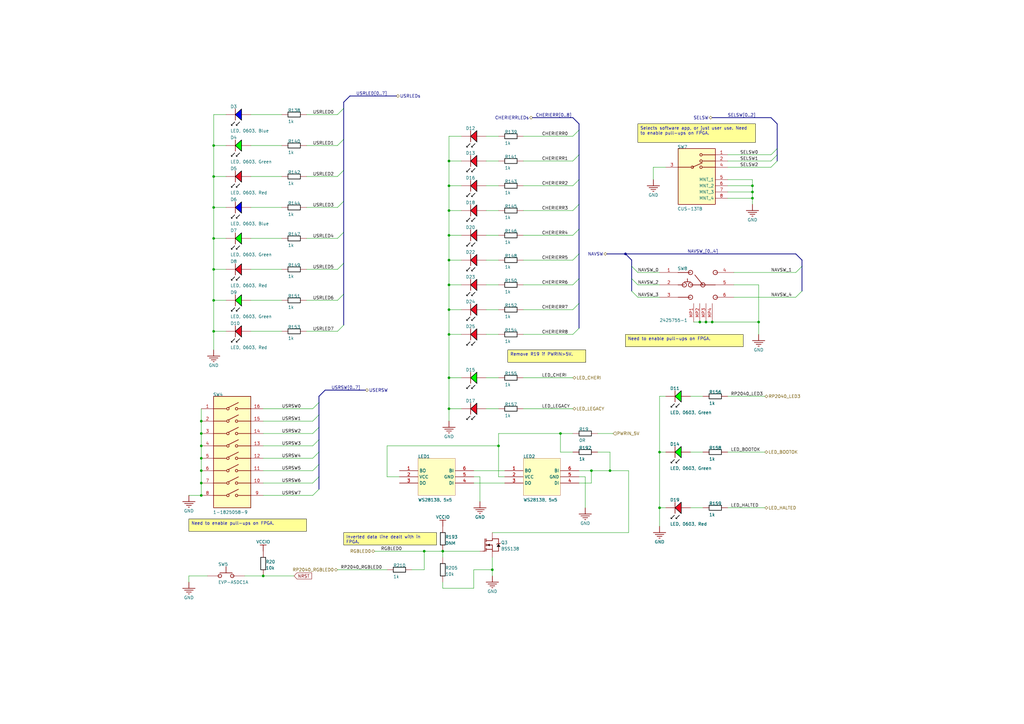
<source format=kicad_sch>
(kicad_sch (version 20231120) (generator "eeschema") (generator_version "8.0")
  (paper "A3")
  (title_block (title "NAE-SONATA-ONE") (date "2024-08-16") (rev "10") (company "NewAE Technology") (comment 2 "Apache-2"))
  (lib_symbols
    (symbol "SONATA-ONE-symbols:GND_POWER_GROUND" (power)
      (property "Reference" "#PWR" (at 0 0 0))
      (property "Value" "GND" (at 0 6.35 0))
      (symbol "GND_POWER_GROUND_0_0"
        (pin power_in line (at 0 0 0) (length 0) hide (name "GND") (number ""))
      )
    )
    (symbol "SONATA-ONE-symbols:VCCIO_BAR" (power)
      (property "Reference" "#PWR" (at 0 0 0))
      (property "Value" "VCCIO" (at 0 3.81 0))
      (symbol "VCCIO_BAR_0_0"
        (pin power_in line (at 0 0 0) (length 0) hide (name "VCCIO") (number ""))
      )
    )
    (symbol "SONATA-ONE-symbols:root_0_47bcb96ef67674530f45e4053201745"
      (symbol "root_0_47bcb96ef67674530f45e4053201745_1_0"
        (pin passive line (at 25.4 5.08 180) (length 5.08) (name "1") (number "1"))
        (pin passive line (at 25.4 2.54 180) (length 5.08) (name "2") (number "2"))
        (pin passive line (at 0 0 0) (length 5.08) (name "C") (number "3"))
        (pin passive line (at 25.4 0 180) (length 5.08) (name "4") (number "4"))
        (pin passive line (at 25.4 -5.08 180) (length 5.08) (name "MNT_1") (number "5"))
        (pin passive line (at 25.4 -7.62 180) (length 5.08) (name "MNT_2") (number "6"))
        (pin passive line (at 25.4 -10.16 180) (length 5.08) (name "MNT_3") (number "7"))
        (pin passive line (at 25.4 -12.7 180) (length 5.08) (name "MNT_4") (number "8"))
      )
    )
    (symbol "SONATA-ONE-symbols:root_0_88b473189f0daa5e8e83a09a3141fee"
      (symbol "root_0_88b473189f0daa5e8e83a09a3141fee_1_0"
        (pin passive line (at 0 0 0) (length 5.08) (name "1") (number "1"))
        (pin passive line (at 25.4 -30.48 180) (length 5.08) (name "10") (number "10"))
        (pin passive line (at 25.4 -25.4 180) (length 5.08) (name "11") (number "11"))
        (pin passive line (at 25.4 -20.32 180) (length 5.08) (name "12") (number "12"))
        (pin passive line (at 25.4 -15.24 180) (length 5.08) (name "13") (number "13"))
        (pin passive line (at 25.4 -10.16 180) (length 5.08) (name "14") (number "14"))
        (pin passive line (at 25.4 -5.08 180) (length 5.08) (name "15") (number "15"))
        (pin passive line (at 25.4 0 180) (length 5.08) (name "16") (number "16"))
        (pin passive line (at 0 -5.08 0) (length 5.08) (name "2") (number "2"))
        (pin passive line (at 0 -10.16 0) (length 5.08) (name "3") (number "3"))
        (pin passive line (at 0 -15.24 0) (length 5.08) (name "4") (number "4"))
        (pin passive line (at 0 -20.32 0) (length 5.08) (name "5") (number "5"))
        (pin passive line (at 0 -25.4 0) (length 5.08) (name "6") (number "6"))
        (pin passive line (at 0 -30.48 0) (length 5.08) (name "7") (number "7"))
        (pin passive line (at 0 -35.56 0) (length 5.08) (name "8") (number "8"))
        (pin passive line (at 25.4 -35.56 180) (length 5.08) (name "9") (number "9"))
      )
    )
    (symbol "SONATA-ONE-symbols:root_0_MOSFET_N_GSD"
      (symbol "root_0_MOSFET_N_GSD_1_0"
        (pin passive line (at -2.54 -2.54 0) (length 1.27) (name "G") (number "1"))
        (pin passive line (at 2.54 -5.08 90) (length 2.54) (name "S") (number "2"))
        (pin passive line (at 2.54 5.08 270) (length 2.54) (name "D") (number "3"))
      )
    )
    (symbol "SONATA-ONE-symbols:root_0_RES-EU"
      (symbol "root_0_RES-EU_1_0"
        (pin passive line (at 0 5.08 270) (length 2.54) (name "1") (number "1"))
        (pin passive line (at 0 -5.08 90) (length 2.54) (name "2") (number "2"))
      )
    )
    (symbol "SONATA-ONE-symbols:root_0_SW_5WAY_4MP"
      (symbol "root_0_SW_5WAY_4MP_1_0"
        (pin passive line (at 0 0 0) (length 7.62) (name "1") (number "1"))
        (pin passive line (at 0 -5.08 0) (length 7.62) (name "2") (number "2"))
        (pin passive line (at 0 -10.16 0) (length 7.62) (name "3") (number "3"))
        (pin passive line (at 30.48 0 180) (length 7.62) (name "4") (number "4"))
        (pin passive line (at 30.48 -5.08 180) (length 7.62) (name "5") (number "5"))
        (pin passive line (at 30.48 -10.16 180) (length 7.62) (name "6") (number "6"))
        (pin passive line (at 13.97 -20.32 90) (length 7.62) (name "MP1") (number "MP1"))
        (pin passive line (at 16.51 -20.32 90) (length 7.62) (name "MP2") (number "MP2"))
        (pin passive line (at 19.05 -20.32 90) (length 7.62) (name "MP3") (number "MP3"))
        (pin passive line (at 21.59 -20.32 90) (length 7.62) (name "MP4") (number "MP4"))
      )
    )
    (symbol "SONATA-ONE-symbols:root_0_SW_PB_NO_2PIN"
      (symbol "root_0_SW_PB_NO_2PIN_1_0"
        (pin passive line (at -7.62 0 0) (length 5.08) (name "IN") (number "1"))
        (pin passive line (at 7.62 0 180) (length 5.08) (name "IN") (number "2"))
      )
    )
    (symbol "SONATA-ONE-symbols:root_0_WS2813B"
      (symbol "root_0_WS2813B_1_0"
        (pin output line (at -7.62 -5.08 0) (length 7.62) (name "BO") (number "1"))
        (pin passive line (at -7.62 -7.62 0) (length 7.62) (name "VCC") (number "2"))
        (pin output line (at -7.62 -10.16 0) (length 7.62) (name "DO") (number "3"))
        (pin input line (at 22.86 -10.16 180) (length 7.62) (name "DI") (number "4"))
        (pin passive line (at 22.86 -7.62 180) (length 7.62) (name "GND") (number "5"))
        (pin input line (at 22.86 -5.08 180) (length 7.62) (name "BI") (number "6"))
      )
    )
    (symbol "SONATA-ONE-symbols:root_1_RES-EU"
      (symbol "root_1_RES-EU_1_0"
        (pin passive line (at -5.08 0 0) (length 2.54) (name "1") (number "1"))
        (pin passive line (at 5.08 0 180) (length 2.54) (name "2") (number "2"))
      )
    )
    (symbol "SONATA-ONE-symbols:root_2_LED_BLUE"
      (symbol "root_2_LED_BLUE_1_0"
        (pin passive line (at 5.08 0 180) (length 3.81) (name "A") (number "A"))
        (pin passive line (at -5.08 0 0) (length 3.81) (name "K") (number "K"))
      )
    )
    (symbol "SONATA-ONE-symbols:root_2_LED_GREEN"
      (symbol "root_2_LED_GREEN_1_0"
        (pin passive line (at 5.08 0 180) (length 3.81) (name "A") (number "A"))
        (pin passive line (at -5.08 0 0) (length 3.81) (name "K") (number "K"))
      )
    )
    (symbol "SONATA-ONE-symbols:root_2_LED_RED"
      (symbol "root_2_LED_RED_1_0"
        (pin passive line (at 5.08 0 180) (length 3.81) (name "A") (number "A"))
        (pin passive line (at -5.08 0 0) (length 3.81) (name "K") (number "K"))
      )
    )
    (symbol "SONATA-ONE-symbols:root_3_RES-EU"
      (symbol "root_3_RES-EU_1_0"
        (pin passive line (at 5.08 0 180) (length 2.54) (name "1") (number "1"))
        (pin passive line (at -5.08 0 0) (length 2.54) (name "2") (number "2"))
      )
    )
  )
  (junction (at 181.61 226.06))
  (junction (at 204.47 182.88))
  (junction (at 82.55 193.04))
  (junction (at 289.56 132.08))
  (junction (at 184.15 127))
  (junction (at 184.15 167.64))
  (junction (at 87.63 135.89))
  (junction (at 107.95 236.22))
  (junction (at 87.63 72.39))
  (junction (at 184.15 106.68))
  (junction (at 229.87 177.8))
  (junction (at 308.61 76.2))
  (junction (at 184.15 154.94))
  (junction (at 242.57 193.04))
  (junction (at 308.61 81.28))
  (junction (at 82.55 177.8))
  (junction (at 82.55 182.88))
  (junction (at 201.93 233.68))
  (junction (at 292.1 132.08))
  (junction (at 87.63 59.69))
  (junction (at 270.51 208.28))
  (junction (at 82.55 172.72))
  (junction (at 311.15 132.08))
  (junction (at 184.15 116.84))
  (junction (at 173.99 226.06))
  (junction (at 82.55 203.2))
  (junction (at 256.54 104.14))
  (junction (at 184.15 76.2))
  (junction (at 184.15 86.36))
  (junction (at 287.02 132.08))
  (junction (at 184.15 96.52))
  (junction (at 184.15 66.04))
  (junction (at 87.63 97.79))
  (junction (at 87.63 85.09))
  (junction (at 82.55 198.12))
  (junction (at 270.51 185.42))
  (junction (at 184.15 137.16))
  (junction (at 87.63 123.19))
  (junction (at 308.61 78.74))
  (junction (at 87.63 110.49))
  (junction (at 82.55 187.96))
  (junction (at 250.19 193.04))
  (bus_entry (at 234.95 76.2) (size 2.54 -2.54))
  (bus_entry (at 138.43 85.09) (size 2.54 -2.54))
  (bus_entry (at 234.95 106.68) (size 2.54 -2.54))
  (bus_entry (at 326.39 111.76) (size 2.54 -2.54))
  (bus_entry (at 128.27 177.8) (size 2.54 -2.54))
  (bus_entry (at 128.27 182.88) (size 2.54 -2.54))
  (bus_entry (at 326.39 121.92) (size 2.54 -2.54))
  (bus_entry (at 138.43 59.69) (size 2.54 -2.54))
  (bus_entry (at 128.27 203.2) (size 2.54 -2.54))
  (bus_entry (at 138.43 123.19) (size 2.54 -2.54))
  (bus_entry (at 261.62 111.76) (size -2.54 -2.54))
  (bus_entry (at 234.95 137.16) (size 2.54 -2.54))
  (bus_entry (at 138.43 110.49) (size 2.54 -2.54))
  (bus_entry (at 138.43 46.99) (size 2.54 -2.54))
  (bus_entry (at 138.43 97.79) (size 2.54 -2.54))
  (bus_entry (at 128.27 198.12) (size 2.54 -2.54))
  (bus_entry (at 128.27 172.72) (size 2.54 -2.54))
  (bus_entry (at 316.23 68.58) (size 2.54 -2.54))
  (bus_entry (at 234.95 66.04) (size 2.54 -2.54))
  (bus_entry (at 128.27 187.96) (size 2.54 -2.54))
  (bus_entry (at 138.43 72.39) (size 2.54 -2.54))
  (bus_entry (at 234.95 127) (size 2.54 -2.54))
  (bus_entry (at 316.23 66.04) (size 2.54 -2.54))
  (bus_entry (at 128.27 193.04) (size 2.54 -2.54))
  (bus_entry (at 234.95 96.52) (size 2.54 -2.54))
  (bus_entry (at 234.95 86.36) (size 2.54 -2.54))
  (bus_entry (at 261.62 116.84) (size -2.54 -2.54))
  (bus_entry (at 234.95 116.84) (size 2.54 -2.54))
  (bus_entry (at 138.43 135.89) (size 2.54 -2.54))
  (bus_entry (at 128.27 167.64) (size 2.54 -2.54))
  (bus_entry (at 316.23 63.5) (size 2.54 -2.54))
  (bus_entry (at 261.62 121.92) (size -2.54 -2.54))
  (bus_entry (at 234.95 55.88) (size 2.54 -2.54))
  (wire (pts (xy 115.57 59.69) (xy 102.87 59.69)))
  (wire (pts (xy 298.45 73.66) (xy 308.61 73.66)))
  (bus (pts (xy 130.81 165.1) (xy 130.81 162.56)))
  (wire (pts (xy 189.23 127) (xy 184.15 127)))
  (wire (pts (xy 298.45 78.74) (xy 308.61 78.74)))
  (wire (pts (xy 181.61 226.06) (xy 181.61 228.6)))
  (wire (pts (xy 87.63 85.09) (xy 87.63 97.79)))
  (wire (pts (xy 234.95 167.64) (xy 214.63 167.64)))
  (wire (pts (xy 273.05 68.58) (xy 267.97 68.58)))
  (wire (pts (xy 85.09 236.22) (xy 77.47 236.22)))
  (wire (pts (xy 308.61 76.2) (xy 308.61 78.74)))
  (wire (pts (xy 153.67 226.06) (xy 173.99 226.06)))
  (bus (pts (xy 140.97 82.55) (xy 140.97 69.85)))
  (wire (pts (xy 184.15 167.64) (xy 184.15 154.94)))
  (bus (pts (xy 130.81 190.5) (xy 130.81 185.42)))
  (wire (pts (xy 204.47 55.88) (xy 199.39 55.88)))
  (wire (pts (xy 229.87 177.8) (xy 234.95 177.8)))
  (wire (pts (xy 184.15 127) (xy 184.15 116.84)))
  (bus (pts (xy 248.92 104.14) (xy 256.54 104.14)))
  (wire (pts (xy 234.95 154.94) (xy 214.63 154.94)))
  (wire (pts (xy 273.05 162.56) (xy 270.51 162.56)))
  (wire (pts (xy 115.57 110.49) (xy 102.87 110.49)))
  (wire (pts (xy 181.61 226.06) (xy 196.85 226.06)))
  (wire (pts (xy 267.97 68.58) (xy 267.97 73.66)))
  (wire (pts (xy 158.75 233.68) (xy 138.43 233.68)))
  (wire (pts (xy 82.55 193.04) (xy 82.55 198.12)))
  (wire (pts (xy 138.43 135.89) (xy 125.73 135.89)))
  (wire (pts (xy 273.05 185.42) (xy 270.51 185.42)))
  (wire (pts (xy 300.99 121.92) (xy 326.39 121.92)))
  (wire (pts (xy 184.15 154.94) (xy 184.15 137.16)))
  (wire (pts (xy 240.03 195.58) (xy 240.03 208.28)))
  (wire (pts (xy 308.61 81.28) (xy 308.61 83.82)))
  (wire (pts (xy 82.55 187.96) (xy 82.55 193.04)))
  (wire (pts (xy 184.15 55.88) (xy 189.23 55.88)))
  (wire (pts (xy 115.57 85.09) (xy 102.87 85.09)))
  (wire (pts (xy 189.23 66.04) (xy 184.15 66.04)))
  (bus (pts (xy 237.49 63.5) (xy 237.49 53.34)))
  (wire (pts (xy 92.71 110.49) (xy 87.63 110.49)))
  (bus (pts (xy 237.49 114.3) (xy 237.49 104.14)))
  (wire (pts (xy 242.57 193.04) (xy 237.49 193.04)))
  (wire (pts (xy 204.47 182.88) (xy 204.47 177.8)))
  (bus (pts (xy 292.1 48.26) (xy 316.23 48.26)))
  (wire (pts (xy 204.47 106.68) (xy 199.39 106.68)))
  (bus (pts (xy 328.93 119.38) (xy 328.93 109.22)))
  (wire (pts (xy 308.61 73.66) (xy 308.61 76.2)))
  (wire (pts (xy 87.63 97.79) (xy 87.63 110.49)))
  (wire (pts (xy 107.95 236.22) (xy 120.65 236.22)))
  (wire (pts (xy 184.15 172.72) (xy 184.15 167.64)))
  (wire (pts (xy 115.57 72.39) (xy 102.87 72.39)))
  (wire (pts (xy 82.55 172.72) (xy 82.55 177.8)))
  (wire (pts (xy 298.45 76.2) (xy 308.61 76.2)))
  (wire (pts (xy 298.45 81.28) (xy 308.61 81.28)))
  (wire (pts (xy 214.63 86.36) (xy 234.95 86.36)))
  (bus (pts (xy 259.08 109.22) (xy 259.08 106.68)))
  (wire (pts (xy 289.56 132.08) (xy 292.1 132.08)))
  (bus (pts (xy 218.44 48.26) (xy 234.95 48.26)))
  (wire (pts (xy 189.23 137.16) (xy 184.15 137.16)))
  (bus (pts (xy 318.77 60.96) (xy 318.77 50.8)))
  (bus (pts (xy 130.81 170.18) (xy 130.81 165.1)))
  (bus (pts (xy 140.97 41.91) (xy 143.51 39.37)))
  (wire (pts (xy 298.45 185.42) (xy 313.69 185.42)))
  (wire (pts (xy 270.51 121.92) (xy 261.62 121.92)))
  (wire (pts (xy 77.47 236.22) (xy 77.47 238.76)))
  (bus (pts (xy 256.54 104.14) (xy 326.39 104.14)))
  (wire (pts (xy 92.71 72.39) (xy 87.63 72.39)))
  (wire (pts (xy 138.43 123.19) (xy 125.73 123.19)))
  (wire (pts (xy 138.43 72.39) (xy 125.73 72.39)))
  (wire (pts (xy 204.47 76.2) (xy 199.39 76.2)))
  (wire (pts (xy 107.95 182.88) (xy 128.27 182.88)))
  (wire (pts (xy 214.63 96.52) (xy 234.95 96.52)))
  (wire (pts (xy 214.63 106.68) (xy 234.95 106.68)))
  (bus (pts (xy 259.08 106.68) (xy 256.54 104.14)))
  (wire (pts (xy 138.43 59.69) (xy 125.73 59.69)))
  (wire (pts (xy 107.95 193.04) (xy 128.27 193.04)))
  (bus (pts (xy 130.81 200.66) (xy 130.81 195.58)))
  (bus (pts (xy 130.81 185.42) (xy 130.81 180.34)))
  (bus (pts (xy 130.81 195.58) (xy 130.81 190.5)))
  (wire (pts (xy 158.75 195.58) (xy 158.75 182.88)))
  (wire (pts (xy 214.63 116.84) (xy 234.95 116.84)))
  (bus (pts (xy 237.49 50.8) (xy 234.95 48.26)))
  (wire (pts (xy 87.63 123.19) (xy 87.63 135.89)))
  (wire (pts (xy 270.51 116.84) (xy 261.62 116.84)))
  (wire (pts (xy 229.87 185.42) (xy 229.87 177.8)))
  (wire (pts (xy 82.55 182.88) (xy 82.55 187.96)))
  (wire (pts (xy 204.47 96.52) (xy 199.39 96.52)))
  (bus (pts (xy 237.49 124.46) (xy 237.49 114.3)))
  (wire (pts (xy 82.55 198.12) (xy 82.55 203.2)))
  (bus (pts (xy 140.97 95.25) (xy 140.97 82.55)))
  (wire (pts (xy 242.57 198.12) (xy 242.57 193.04)))
  (wire (pts (xy 204.47 127) (xy 199.39 127)))
  (wire (pts (xy 270.51 185.42) (xy 270.51 208.28)))
  (wire (pts (xy 270.51 111.76) (xy 261.62 111.76)))
  (wire (pts (xy 82.55 177.8) (xy 82.55 182.88)))
  (bus (pts (xy 328.93 106.68) (xy 326.39 104.14)))
  (wire (pts (xy 237.49 195.58) (xy 240.03 195.58)))
  (wire (pts (xy 138.43 110.49) (xy 125.73 110.49)))
  (wire (pts (xy 184.15 137.16) (xy 184.15 127)))
  (bus (pts (xy 143.51 39.37) (xy 162.56 39.37)))
  (bus (pts (xy 318.77 50.8) (xy 316.23 48.26)))
  (wire (pts (xy 270.51 162.56) (xy 270.51 185.42)))
  (wire (pts (xy 125.73 46.99) (xy 138.43 46.99)))
  (wire (pts (xy 158.75 182.88) (xy 204.47 182.88)))
  (wire (pts (xy 181.61 238.76) (xy 181.61 241.3)))
  (wire (pts (xy 298.45 66.04) (xy 316.23 66.04)))
  (bus (pts (xy 140.97 133.35) (xy 140.97 120.65)))
  (bus (pts (xy 237.49 134.62) (xy 237.49 124.46)))
  (wire (pts (xy 194.31 195.58) (xy 196.85 195.58)))
  (wire (pts (xy 107.95 198.12) (xy 128.27 198.12)))
  (wire (pts (xy 107.95 167.64) (xy 128.27 167.64)))
  (wire (pts (xy 184.15 86.36) (xy 184.15 76.2)))
  (bus (pts (xy 237.49 73.66) (xy 237.49 63.5)))
  (wire (pts (xy 92.71 46.99) (xy 87.63 46.99)))
  (wire (pts (xy 107.95 172.72) (xy 128.27 172.72)))
  (wire (pts (xy 257.81 218.44) (xy 201.93 218.44)))
  (bus (pts (xy 130.81 175.26) (xy 130.81 170.18)))
  (wire (pts (xy 214.63 55.88) (xy 234.95 55.88)))
  (bus (pts (xy 140.97 44.45) (xy 140.97 41.91)))
  (wire (pts (xy 87.63 135.89) (xy 87.63 143.51)))
  (wire (pts (xy 204.47 137.16) (xy 199.39 137.16)))
  (wire (pts (xy 189.23 106.68) (xy 184.15 106.68)))
  (wire (pts (xy 184.15 76.2) (xy 184.15 66.04)))
  (bus (pts (xy 237.49 83.82) (xy 237.49 73.66)))
  (wire (pts (xy 87.63 46.99) (xy 87.63 59.69)))
  (wire (pts (xy 201.93 236.22) (xy 201.93 233.68)))
  (wire (pts (xy 298.45 68.58) (xy 316.23 68.58)))
  (bus (pts (xy 130.81 180.34) (xy 130.81 175.26)))
  (wire (pts (xy 204.47 86.36) (xy 199.39 86.36)))
  (bus (pts (xy 130.81 162.56) (xy 133.35 160.02)))
  (wire (pts (xy 184.15 66.04) (xy 184.15 55.88)))
  (wire (pts (xy 163.83 195.58) (xy 158.75 195.58)))
  (wire (pts (xy 115.57 46.99) (xy 102.87 46.99)))
  (wire (pts (xy 107.95 203.2) (xy 128.27 203.2)))
  (wire (pts (xy 189.23 96.52) (xy 184.15 96.52)))
  (wire (pts (xy 82.55 203.2) (xy 77.47 203.2)))
  (wire (pts (xy 288.29 208.28) (xy 283.21 208.28)))
  (wire (pts (xy 194.31 233.68) (xy 201.93 233.68)))
  (wire (pts (xy 194.31 193.04) (xy 207.01 193.04)))
  (wire (pts (xy 204.47 116.84) (xy 199.39 116.84)))
  (wire (pts (xy 237.49 198.12) (xy 242.57 198.12)))
  (bus (pts (xy 140.97 120.65) (xy 140.97 107.95)))
  (wire (pts (xy 270.51 208.28) (xy 270.51 215.9)))
  (wire (pts (xy 173.99 233.68) (xy 173.99 226.06)))
  (wire (pts (xy 311.15 116.84) (xy 311.15 132.08)))
  (wire (pts (xy 87.63 110.49) (xy 87.63 123.19)))
  (wire (pts (xy 214.63 66.04) (xy 234.95 66.04)))
  (wire (pts (xy 87.63 59.69) (xy 87.63 72.39)))
  (wire (pts (xy 214.63 127) (xy 234.95 127)))
  (wire (pts (xy 288.29 162.56) (xy 283.21 162.56)))
  (wire (pts (xy 92.71 59.69) (xy 87.63 59.69)))
  (wire (pts (xy 115.57 123.19) (xy 102.87 123.19)))
  (wire (pts (xy 308.61 78.74) (xy 308.61 81.28)))
  (wire (pts (xy 245.11 185.42) (xy 250.19 185.42)))
  (wire (pts (xy 92.71 97.79) (xy 87.63 97.79)))
  (wire (pts (xy 214.63 76.2) (xy 234.95 76.2)))
  (bus (pts (xy 140.97 57.15) (xy 140.97 44.45)))
  (wire (pts (xy 92.71 135.89) (xy 87.63 135.89)))
  (wire (pts (xy 204.47 177.8) (xy 229.87 177.8)))
  (wire (pts (xy 284.48 132.08) (xy 287.02 132.08)))
  (wire (pts (xy 300.99 116.84) (xy 311.15 116.84)))
  (wire (pts (xy 311.15 132.08) (xy 311.15 137.16)))
  (wire (pts (xy 214.63 137.16) (xy 234.95 137.16)))
  (wire (pts (xy 204.47 66.04) (xy 199.39 66.04)))
  (wire (pts (xy 92.71 85.09) (xy 87.63 85.09)))
  (wire (pts (xy 184.15 116.84) (xy 184.15 106.68)))
  (wire (pts (xy 189.23 167.64) (xy 184.15 167.64)))
  (wire (pts (xy 250.19 193.04) (xy 257.81 193.04)))
  (wire (pts (xy 173.99 226.06) (xy 181.61 226.06)))
  (wire (pts (xy 189.23 154.94) (xy 184.15 154.94)))
  (wire (pts (xy 189.23 86.36) (xy 184.15 86.36)))
  (wire (pts (xy 207.01 198.12) (xy 194.31 198.12)))
  (wire (pts (xy 288.29 185.42) (xy 283.21 185.42)))
  (wire (pts (xy 257.81 193.04) (xy 257.81 218.44)))
  (wire (pts (xy 287.02 132.08) (xy 289.56 132.08)))
  (wire (pts (xy 181.61 241.3) (xy 194.31 241.3)))
  (wire (pts (xy 194.31 241.3) (xy 194.31 233.68)))
  (wire (pts (xy 184.15 106.68) (xy 184.15 96.52)))
  (wire (pts (xy 168.91 233.68) (xy 173.99 233.68)))
  (bus (pts (xy 318.77 66.04) (xy 318.77 63.5)))
  (wire (pts (xy 82.55 167.64) (xy 82.55 172.72)))
  (bus (pts (xy 259.08 119.38) (xy 259.08 114.3)))
  (wire (pts (xy 204.47 195.58) (xy 207.01 195.58)))
  (wire (pts (xy 298.45 162.56) (xy 313.69 162.56)))
  (wire (pts (xy 92.71 123.19) (xy 87.63 123.19)))
  (wire (pts (xy 204.47 167.64) (xy 199.39 167.64)))
  (wire (pts (xy 115.57 97.79) (xy 102.87 97.79)))
  (wire (pts (xy 87.63 72.39) (xy 87.63 85.09)))
  (wire (pts (xy 245.11 177.8) (xy 251.46 177.8)))
  (bus (pts (xy 237.49 53.34) (xy 237.49 50.8)))
  (wire (pts (xy 298.45 63.5) (xy 316.23 63.5)))
  (wire (pts (xy 115.57 135.89) (xy 102.87 135.89)))
  (bus (pts (xy 318.77 63.5) (xy 318.77 60.96)))
  (wire (pts (xy 107.95 177.8) (xy 128.27 177.8)))
  (wire (pts (xy 189.23 116.84) (xy 184.15 116.84)))
  (bus (pts (xy 237.49 93.98) (xy 237.49 83.82)))
  (wire (pts (xy 107.95 187.96) (xy 128.27 187.96)))
  (wire (pts (xy 298.45 208.28) (xy 313.69 208.28)))
  (wire (pts (xy 204.47 182.88) (xy 204.47 195.58)))
  (bus (pts (xy 133.35 160.02) (xy 149.86 160.02)))
  (wire (pts (xy 242.57 193.04) (xy 250.19 193.04)))
  (wire (pts (xy 196.85 195.58) (xy 196.85 205.74)))
  (bus (pts (xy 259.08 114.3) (xy 259.08 109.22)))
  (wire (pts (xy 273.05 208.28) (xy 270.51 208.28)))
  (wire (pts (xy 234.95 185.42) (xy 229.87 185.42)))
  (wire (pts (xy 100.33 236.22) (xy 107.95 236.22)))
  (bus (pts (xy 237.49 104.14) (xy 237.49 93.98)))
  (wire (pts (xy 138.43 85.09) (xy 125.73 85.09)))
  (wire (pts (xy 138.43 97.79) (xy 125.73 97.79)))
  (wire (pts (xy 204.47 154.94) (xy 199.39 154.94)))
  (wire (pts (xy 300.99 111.76) (xy 326.39 111.76)))
  (wire (pts (xy 201.93 233.68) (xy 201.93 228.6)))
  (wire (pts (xy 292.1 132.08) (xy 311.15 132.08)))
  (wire (pts (xy 250.19 185.42) (xy 250.19 193.04)))
  (bus (pts (xy 140.97 107.95) (xy 140.97 95.25)))
  (bus (pts (xy 328.93 109.22) (xy 328.93 106.68)))
  (wire (pts (xy 189.23 76.2) (xy 184.15 76.2)))
  (wire (pts (xy 184.15 96.52) (xy 184.15 86.36)))
  (bus (pts (xy 140.97 69.85) (xy 140.97 57.15)))
  (text_box "Need to enable pull-ups on FPGA." (at 125.73 212.852 0) (size -48.26 5.08) (stroke (width 0) (color 0 0 0 1)) (fill (type color) (color 255 255 150 1)) (effects (font (size 1.27 1.27)) (justify left top)))
  (text_box "Inverted data line dealt with in FPGA." (at 179.07 218.44 0) (size -38.1 5.08) (stroke (width 0) (color 0 0 0 1)) (fill (type color) (color 255 255 150 1)) (effects (font (size 1.27 1.27)) (justify left top)))
  (text_box "Need to enable pull-ups on FPGA." (at 256.54 137.16 0) (size 48.26 5.08) (stroke (width 0) (color 0 0 0 1)) (fill (type color) (color 255 255 150 1)) (effects (font (size 1.27 1.27)) (justify left top)))
  (text_box "Remove R19 if PWRIN>5V." (at 208.28 143.51 0) (size 32.004 5.08) (stroke (width 0) (color 0 0 0 1)) (fill (type color) (color 255 255 150 1)) (effects (font (size 1.27 1.27)) (justify left top)))
  (text_box "Selects software app, or just user use. Need to enable pull-ups on FPGA." (at 261.62 50.8 0) (size 48.26 7.62) (stroke (width 0) (color 0 0 0 1)) (fill (type color) (color 255 255 150 1)) (effects (font (size 1.27 1.27)) (justify left top)))
  (label "CHERIERR3" (at 222.25 86.36 0))
  (label "CHERIERR7" (at 222.25 127 0))
  (label "USRSW0" (at 115.57 167.64 0))
  (label "RGBLED0" (at 156.21 226.06 0))
  (label "USRLED[0..7]" (at 146.05 39.37 0))
  (label "USRLED4" (at 128.27 97.79 0))
  (label "USRLED7" (at 128.27 135.89 0))
  (label "USRLED6" (at 128.27 123.19 0))
  (label "SELSW[0..2]" (at 298.45 48.26 0))
  (label "USRLED0" (at 128.27 46.99 0))
  (label "RP2040_LED3" (at 299.72 162.56 0))
  (label "CHERIERR6" (at 222.25 116.84 0))
  (label "USRLED2" (at 128.27 72.39 0))
  (label "RP2040_RGBLED0" (at 139.7 233.68 0))
  (label "CHERIERR2" (at 222.25 76.2 0))
  (label "NAVSW_1" (at 316.23 111.76 0))
  (label "LED_BOOTOK" (at 299.72 185.42 0))
  (label "SELSW0" (at 303.53 63.5 0))
  (label "USRSW7" (at 115.57 203.2 0))
  (label "NAVSW_3" (at 261.62 121.92 0))
  (label "LED_LEGACY" (at 222.25 167.64 0))
  (label "USRLED1" (at 128.27 59.69 0))
  (label "CHERIERR1" (at 222.25 66.04 0))
  (label "LED_HALTED" (at 299.72 208.28 0))
  (label "CHERIERR[0..8]" (at 219.71 48.26 0))
  (label "USRSW3" (at 115.57 182.88 0))
  (label "SELSW1" (at 303.53 66.04 0))
  (label "USRSW4" (at 115.57 187.96 0))
  (label "USRSW1" (at 115.57 172.72 0))
  (label "USRSW5" (at 115.57 193.04 0))
  (label "NAVSW_0" (at 261.62 111.76 0))
  (label "NAVSW_2" (at 261.62 116.84 0))
  (label "USRSW2" (at 115.57 177.8 0))
  (label "CHERIERR4" (at 222.25 96.52 0))
  (label "LED_CHERI" (at 222.25 154.94 0))
  (label "CHERIERR0" (at 222.25 55.88 0))
  (label "USRSW6" (at 115.57 198.12 0))
  (label "USRLED3" (at 128.27 85.09 0))
  (label "CHERIERR5" (at 222.25 106.68 0))
  (label "NAVSW_[0..4]" (at 281.94 104.14 0))
  (label "SELSW2" (at 303.53 68.58 0))
  (label "USRLED5" (at 128.27 110.49 0))
  (label "NAVSW_4" (at 316.23 121.92 0))
  (label "USRSW[0..7]" (at 135.89 160.02 0))
  (label "CHERIERR8" (at 222.25 137.16 0))
  (global_label "NRST" (shape input) (at 120.65 236.22 0) (property "Intersheetrefs" "${INTERSHEET_REFS}" (effects (hide yes))))
  (hierarchical_label "LED_CHERI" (shape bidirectional) (at 234.95 154.94 0))
  (hierarchical_label "RP2040_LED3" (shape bidirectional) (at 313.69 162.56 0))
  (hierarchical_label "SELSW" (shape bidirectional) (at 292.1 48.26 180))
  (hierarchical_label "USERSW" (shape bidirectional) (at 149.86 160.02 0))
  (hierarchical_label "LED_HALTED" (shape bidirectional) (at 313.69 208.28 0))
  (hierarchical_label "LED_BOOTOK" (shape bidirectional) (at 313.69 185.42 0))
  (hierarchical_label "RGBLED0" (shape bidirectional) (at 153.67 226.06 180))
  (hierarchical_label "USRLEDs" (shape bidirectional) (at 162.56 39.37 0))
  (hierarchical_label "RP2040_RGBLED0" (shape bidirectional) (at 138.43 233.68 180))
  (hierarchical_label "PWRIN_5V" (shape input) (at 251.46 177.8 0))
  (hierarchical_label "NAVSW" (shape bidirectional) (at 248.92 104.14 180))
  (hierarchical_label "CHERIERRLEDs" (shape bidirectional) (at 218.44 48.26 180))
  (hierarchical_label "LED_LEGACY" (shape bidirectional) (at 234.95 167.64 0))
  (symbol (lib_id "SONATA-ONE-symbols:GND_POWER_GROUND") (at 270.51 215.9 0) (unit 1)
    (property "Reference" "#PWR0163" (effects (hide yes)))
    (property "Value" "GND" (at 270.51 222.25 0))
    (property "Description" "Power symbol creates a global label with name 'GND'" (effects (hide yes)))
  )
  (symbol (lib_id "SONATA-ONE-symbols:root_2_LED_RED") (at 194.31 86.36 0) (unit 1)
    (property "Reference" "D18" (at 191.008 83.82 0) (effects (justify left bottom)))
    (property "Value" "LED, 0603, Red" (effects (hide yes)))
    (property "Footprint" "SONATA-ONE-LIBRARY:LED-0603-RED" (effects (hide yes)))
    (property "Description" "Chip LED, Red" (effects (hide yes)))
    (property "MANUFACTURE PART NUMBER 1" "APT1608SURCK" (effects (hide yes)))
  )
  (symbol (lib_id "SONATA-ONE-symbols:root_0_WS2813B") (at 214.63 187.96 0) (unit 1)
    (property "Reference" "LED2" (at 214.63 187.96 0) (effects (justify left bottom)))
    (property "Value" "WS2813B, 5x5" (at 214.63 205.74 0) (effects (justify left bottom)))
    (property "Footprint" "SONATA-ONE-LIBRARY:WS2813B_5x5" (effects (hide yes)))
    (property "Description" "WS2813B, 5x5 SMD Neopixel" (effects (hide yes)))
    (property "MANUFACTURE PART NUMBER 1" "601000200" (effects (hide yes)))
  )
  (symbol (lib_id "SONATA-ONE-symbols:root_2_LED_RED") (at 194.31 127 0) (unit 1)
    (property "Reference" "D24" (at 191.008 124.46 0) (effects (justify left bottom)))
    (property "Value" "LED, 0603, Red" (effects (hide yes)))
    (property "Footprint" "SONATA-ONE-LIBRARY:LED-0603-RED" (effects (hide yes)))
    (property "Description" "Chip LED, Red" (effects (hide yes)))
    (property "MANUFACTURE PART NUMBER 1" "APT1608SURCK" (effects (hide yes)))
  )
  (symbol (lib_id "SONATA-ONE-symbols:VCCIO_BAR") (at 181.61 215.9 180) (unit 1)
    (property "Reference" "#PWR0157" (effects (hide yes)))
    (property "Value" "VCCIO" (at 181.61 212.09 0))
    (property "Description" "Power symbol creates a global label with name 'VCCIO'" (effects (hide yes)))
  )
  (symbol (lib_id "SONATA-ONE-symbols:root_1_RES-EU") (at 240.03 177.8 0) (unit 1)
    (property "Reference" "R19" (at 237.49 176.784 0) (effects (justify left bottom)))
    (property "Value" "0R" (at 237.49 181.356 0) (effects (justify left bottom)))
    (property "Footprint" "SONATA-ONE-LIBRARY:RESC1608X55N" (effects (hide yes)))
    (property "Description" "10k res, 0402, 1%, 1/16W" (effects (hide yes)))
    (property "MANUFACTURE PART NUMBER 1" "RC0603FR-070RL" (effects (hide yes)))
  )
  (symbol (lib_id "SONATA-ONE-symbols:root_3_RES-EU") (at 293.37 162.56 0) (unit 1)
    (property "Reference" "R156" (at 290.83 161.544 0) (effects (justify left bottom)))
    (property "Value" "1k" (at 290.83 166.116 0) (effects (justify left bottom)))
    (property "Footprint" "SONATA-ONE-LIBRARY:RESC1005X40N" (effects (hide yes)))
    (property "Description" "Do Not Mount Resistor" (effects (hide yes)))
    (property "MANUFACTURE PART NUMBER 1" "RC0402FR-071KL" (effects (hide yes)))
  )
  (symbol (lib_id "SONATA-ONE-symbols:root_3_RES-EU") (at 209.55 55.88 0) (unit 1)
    (property "Reference" "R139" (at 207.01 54.864 0) (effects (justify left bottom)))
    (property "Value" "1k" (at 207.01 59.436 0) (effects (justify left bottom)))
    (property "Footprint" "SONATA-ONE-LIBRARY:RESC1005X40N" (effects (hide yes)))
    (property "Description" "Do Not Mount Resistor" (effects (hide yes)))
    (property "MANUFACTURE PART NUMBER 1" "RC0402FR-071KL" (effects (hide yes)))
  )
  (symbol (lib_id "SONATA-ONE-symbols:root_2_LED_BLUE") (at 97.79 46.99 0) (unit 1)
    (property "Reference" "D3" (at 94.488 44.45 0) (effects (justify left bottom)))
    (property "Value" "LED, 0603, Blue" (at 94.488 54.356 0) (effects (justify left bottom)))
    (property "Footprint" "SONATA-ONE-LIBRARY:LED-0603-BLUE" (effects (hide yes)))
    (property "Description" "Chip LED, Blue" (effects (hide yes)))
    (property "MANUFACTURE PART NUMBER 1" "APT1608QBC/D" (effects (hide yes)))
  )
  (symbol (lib_id "SONATA-ONE-symbols:GND_POWER_GROUND") (at 77.47 203.2 0) (unit 1)
    (property "Reference" "#PWR0153" (effects (hide yes)))
    (property "Value" "GND" (at 77.47 209.55 0))
    (property "Description" "Power symbol creates a global label with name 'GND'" (effects (hide yes)))
  )
  (symbol (lib_id "SONATA-ONE-symbols:root_3_RES-EU") (at 209.55 66.04 0) (unit 1)
    (property "Reference" "R141" (at 207.01 65.024 0) (effects (justify left bottom)))
    (property "Value" "1k" (at 207.01 69.596 0) (effects (justify left bottom)))
    (property "Footprint" "SONATA-ONE-LIBRARY:RESC1005X40N" (effects (hide yes)))
    (property "Description" "Do Not Mount Resistor" (effects (hide yes)))
    (property "MANUFACTURE PART NUMBER 1" "RC0402FR-071KL" (effects (hide yes)))
  )
  (symbol (lib_id "SONATA-ONE-symbols:root_2_LED_RED") (at 194.31 66.04 0) (unit 1)
    (property "Reference" "D13" (at 191.008 63.5 0) (effects (justify left bottom)))
    (property "Value" "LED, 0603, Red" (effects (hide yes)))
    (property "Footprint" "SONATA-ONE-LIBRARY:LED-0603-RED" (effects (hide yes)))
    (property "Description" "Chip LED, Red" (effects (hide yes)))
    (property "MANUFACTURE PART NUMBER 1" "APT1608SURCK" (effects (hide yes)))
  )
  (symbol (lib_id "SONATA-ONE-symbols:root_2_LED_RED") (at 194.31 55.88 0) (unit 1)
    (property "Reference" "D12" (at 191.008 53.34 0) (effects (justify left bottom)))
    (property "Value" "LED, 0603, Red" (effects (hide yes)))
    (property "Footprint" "SONATA-ONE-LIBRARY:LED-0603-RED" (effects (hide yes)))
    (property "Description" "Chip LED, Red" (effects (hide yes)))
    (property "MANUFACTURE PART NUMBER 1" "APT1608SURCK" (effects (hide yes)))
  )
  (symbol (lib_id "SONATA-ONE-symbols:root_0_SW_5WAY_4MP") (at 270.51 111.76 0) (unit 1)
    (property "Reference" "SW8" (at 277.876 110.878 0) (effects (justify left bottom)))
    (property "Value" "2425755-1" (at 270.51 132.08 0) (effects (justify left bottom)))
    (property "Footprint" "SONATA-ONE-LIBRARY:2425755-1" (effects (hide yes)))
    (property "Description" "5-Way Joystick" (effects (hide yes)))
    (property "MANUFACTURE PART NUMBER 1" "2425755-1" (effects (hide yes)))
  )
  (symbol (lib_id "SONATA-ONE-symbols:root_0_88b473189f0daa5e8e83a09a3141fee") (at 82.55 167.64 0) (unit 1)
    (property "Reference" "SW4" (at 87.376 162.56 0) (effects (justify left bottom)))
    (property "Value" "1-1825058-9" (at 87.376 210.82 0) (effects (justify left bottom)))
    (property "Footprint" "SONATA-ONE-LIBRARY:FP-1-1825058-9-MFG" (effects (hide yes)))
    (property "Description" "SWITCH SLIDE DIP SPST 100MA 24V" (effects (hide yes)))
  )
  (symbol (lib_id "SONATA-ONE-symbols:GND_POWER_GROUND") (at 201.93 236.22 0) (unit 1)
    (property "Reference" "#PWR0160" (effects (hide yes)))
    (property "Value" "GND" (at 201.93 242.57 0))
    (property "Description" "Power symbol creates a global label with name 'GND'" (effects (hide yes)))
  )
  (symbol (lib_id "SONATA-ONE-symbols:root_1_RES-EU") (at 240.03 185.42 0) (unit 1)
    (property "Reference" "R192" (at 237.49 184.404 0) (effects (justify left bottom)))
    (property "Value" "1k" (at 237.49 188.976 0) (effects (justify left bottom)))
    (property "Footprint" "SONATA-ONE-LIBRARY:RESC1005X40N" (effects (hide yes)))
    (property "Description" "10k res, 0402, 1%, 1/16W" (effects (hide yes)))
    (property "MANUFACTURE PART NUMBER 1" "RC0402FR-071KL" (effects (hide yes)))
  )
  (symbol (lib_id "SONATA-ONE-symbols:root_2_LED_RED") (at 194.31 167.64 0) (unit 1)
    (property "Reference" "D17" (at 191.008 165.1 0) (effects (justify left bottom)))
    (property "Value" "LED, 0603, Red" (effects (hide yes)))
    (property "Footprint" "SONATA-ONE-LIBRARY:LED-0603-RED" (effects (hide yes)))
    (property "Description" "Chip LED, Red" (effects (hide yes)))
    (property "MANUFACTURE PART NUMBER 1" "APT1608SURCK" (effects (hide yes)))
  )
  (symbol (lib_id "SONATA-ONE-symbols:GND_POWER_GROUND") (at 87.63 143.51 0) (unit 1)
    (property "Reference" "#PWR0155" (effects (hide yes)))
    (property "Value" "GND" (at 87.63 149.86 0))
    (property "Description" "Power symbol creates a global label with name 'GND'" (effects (hide yes)))
  )
  (symbol (lib_id "SONATA-ONE-symbols:root_2_LED_RED") (at 194.31 96.52 0) (unit 1)
    (property "Reference" "D20" (at 191.008 93.98 0) (effects (justify left bottom)))
    (property "Value" "LED, 0603, Red" (effects (hide yes)))
    (property "Footprint" "SONATA-ONE-LIBRARY:LED-0603-RED" (effects (hide yes)))
    (property "Description" "Chip LED, Red" (effects (hide yes)))
    (property "MANUFACTURE PART NUMBER 1" "APT1608SURCK" (effects (hide yes)))
  )
  (symbol (lib_id "SONATA-ONE-symbols:GND_POWER_GROUND") (at 77.47 238.76 0) (unit 1)
    (property "Reference" "#PWR0154" (effects (hide yes)))
    (property "Value" "GND" (at 77.47 245.11 0))
    (property "Description" "Power symbol creates a global label with name 'GND'" (effects (hide yes)))
  )
  (symbol (lib_id "SONATA-ONE-symbols:root_2_LED_GREEN") (at 194.31 154.94 0) (unit 1)
    (property "Reference" "D15" (at 191.008 152.4 0) (effects (justify left bottom)))
    (property "Value" "LED, 0603, Green" (effects (hide yes)))
    (property "Footprint" "SONATA-ONE-LIBRARY:LED-0603-GREEN" (effects (hide yes)))
    (property "Description" "Chip LED, Green" (effects (hide yes)))
    (property "MANUFACTURE PART NUMBER 1" "APT1608CGCK" (effects (hide yes)))
  )
  (symbol (lib_id "SONATA-ONE-symbols:root_2_LED_RED") (at 194.31 76.2 0) (unit 1)
    (property "Reference" "D16" (at 191.008 73.66 0) (effects (justify left bottom)))
    (property "Value" "LED, 0603, Red" (effects (hide yes)))
    (property "Footprint" "SONATA-ONE-LIBRARY:LED-0603-RED" (effects (hide yes)))
    (property "Description" "Chip LED, Red" (effects (hide yes)))
    (property "MANUFACTURE PART NUMBER 1" "APT1608SURCK" (effects (hide yes)))
  )
  (symbol (lib_id "SONATA-ONE-symbols:GND_POWER_GROUND") (at 240.03 208.28 0) (unit 1)
    (property "Reference" "#PWR0161" (effects (hide yes)))
    (property "Value" "GND" (at 240.03 214.63 0))
    (property "Description" "Power symbol creates a global label with name 'GND'" (effects (hide yes)))
  )
  (symbol (lib_id "SONATA-ONE-symbols:root_3_RES-EU") (at 120.65 135.89 0) (unit 1)
    (property "Reference" "R153" (at 118.11 134.874 0) (effects (justify left bottom)))
    (property "Value" "1k" (at 118.11 139.446 0) (effects (justify left bottom)))
    (property "Footprint" "SONATA-ONE-LIBRARY:RESC1005X40N" (effects (hide yes)))
    (property "Description" "Do Not Mount Resistor" (effects (hide yes)))
    (property "MANUFACTURE PART NUMBER 1" "RC0402FR-071KL" (effects (hide yes)))
  )
  (symbol (lib_id "SONATA-ONE-symbols:root_3_RES-EU") (at 120.65 85.09 0) (unit 1)
    (property "Reference" "R144" (at 118.11 84.074 0) (effects (justify left bottom)))
    (property "Value" "1k" (at 118.11 88.646 0) (effects (justify left bottom)))
    (property "Footprint" "SONATA-ONE-LIBRARY:RESC1005X40N" (effects (hide yes)))
    (property "Description" "Do Not Mount Resistor" (effects (hide yes)))
    (property "MANUFACTURE PART NUMBER 1" "RC0402FR-071KL" (effects (hide yes)))
  )
  (symbol (lib_id "SONATA-ONE-symbols:GND_POWER_GROUND") (at 267.97 73.66 0) (unit 1)
    (property "Reference" "#PWR0162" (effects (hide yes)))
    (property "Value" "GND" (at 267.97 80.01 0))
    (property "Description" "Power symbol creates a global label with name 'GND'" (effects (hide yes)))
  )
  (symbol (lib_id "SONATA-ONE-symbols:root_3_RES-EU") (at 163.83 233.68 0) (unit 1)
    (property "Reference" "R210" (at 161.29 232.664 0) (effects (justify left bottom)))
    (property "Value" "1k" (at 161.29 237.236 0) (effects (justify left bottom)))
    (property "Footprint" "SONATA-ONE-LIBRARY:RESC1005X40N" (effects (hide yes)))
    (property "Description" "Do Not Mount Resistor" (effects (hide yes)))
    (property "MANUFACTURE PART NUMBER 1" "RC0402FR-071KL" (effects (hide yes)))
  )
  (symbol (lib_id "SONATA-ONE-symbols:root_2_LED_RED") (at 194.31 116.84 0) (unit 1)
    (property "Reference" "D23" (at 191.008 114.3 0) (effects (justify left bottom)))
    (property "Value" "LED, 0603, Red" (effects (hide yes)))
    (property "Footprint" "SONATA-ONE-LIBRARY:LED-0603-RED" (effects (hide yes)))
    (property "Description" "Chip LED, Red" (effects (hide yes)))
    (property "MANUFACTURE PART NUMBER 1" "APT1608SURCK" (effects (hide yes)))
  )
  (symbol (lib_id "SONATA-ONE-symbols:root_0_MOSFET_N_GSD") (at 199.39 223.52 0) (unit 1)
    (property "Reference" "Q3" (at 205.486 223.266 0) (effects (justify left bottom)))
    (property "Value" "BSS138" (at 205.486 225.806 0) (effects (justify left bottom)))
    (property "Footprint" "SONATA-ONE-LIBRARY:SOT95P245X110-3M" (effects (hide yes)))
    (property "Description" "MOSFET N-CH 30V 2.2A SOT23-3" (effects (hide yes)))
    (property "MANUFACTURE PART NUMBER 1" "BSS138" (effects (hide yes)))
  )
  (symbol (lib_id "SONATA-ONE-symbols:root_0_RES-EU") (at 107.95 231.14 0) (unit 1)
    (property "Reference" "R20" (at 108.966 231.14 0) (effects (justify left bottom)))
    (property "Value" "10k" (at 108.966 233.68 0) (effects (justify left bottom)))
    (property "Footprint" "SONATA-ONE-LIBRARY:RESC1005X40N" (effects (hide yes)))
    (property "Description" "10k res, 0402, 1%, 1/16W" (effects (hide yes)))
    (property "MANUFACTURE PART NUMBER 1" "RC0402FR-0710KL" (effects (hide yes)))
  )
  (symbol (lib_id "SONATA-ONE-symbols:root_2_LED_GREEN") (at 278.13 185.42 0) (unit 1)
    (property "Reference" "D14" (at 274.828 182.88 0) (effects (justify left bottom)))
    (property "Value" "LED, 0603, Green" (at 274.828 192.786 0) (effects (justify left bottom)))
    (property "Footprint" "SONATA-ONE-LIBRARY:LED-0603-GREEN" (effects (hide yes)))
    (property "Description" "Chip LED, Green" (effects (hide yes)))
    (property "MANUFACTURE PART NUMBER 1" "APT1608CGCK" (effects (hide yes)))
  )
  (symbol (lib_id "SONATA-ONE-symbols:root_3_RES-EU") (at 120.65 59.69 0) (unit 1)
    (property "Reference" "R140" (at 118.11 58.674 0) (effects (justify left bottom)))
    (property "Value" "1k" (at 118.11 63.246 0) (effects (justify left bottom)))
    (property "Footprint" "SONATA-ONE-LIBRARY:RESC1005X40N" (effects (hide yes)))
    (property "Description" "Do Not Mount Resistor" (effects (hide yes)))
    (property "MANUFACTURE PART NUMBER 1" "RC0402FR-071KL" (effects (hide yes)))
  )
  (symbol (lib_id "SONATA-ONE-symbols:root_3_RES-EU") (at 209.55 154.94 0) (unit 1)
    (property "Reference" "R155" (at 207.01 153.924 0) (effects (justify left bottom)))
    (property "Value" "1k" (at 207.01 158.496 0) (effects (justify left bottom)))
    (property "Footprint" "SONATA-ONE-LIBRARY:RESC1005X40N" (effects (hide yes)))
    (property "Description" "Do Not Mount Resistor" (effects (hide yes)))
    (property "MANUFACTURE PART NUMBER 1" "RC0402FR-071KL" (effects (hide yes)))
  )
  (symbol (lib_id "SONATA-ONE-symbols:VCCIO_BAR") (at 107.95 226.06 180) (unit 1)
    (property "Reference" "#PWR0156" (effects (hide yes)))
    (property "Value" "VCCIO" (at 107.95 222.25 0))
    (property "Description" "Power symbol creates a global label with name 'VCCIO'" (effects (hide yes)))
  )
  (symbol (lib_id "SONATA-ONE-symbols:root_3_RES-EU") (at 120.65 123.19 0) (unit 1)
    (property "Reference" "R151" (at 118.11 122.174 0) (effects (justify left bottom)))
    (property "Value" "1k" (at 118.11 126.746 0) (effects (justify left bottom)))
    (property "Footprint" "SONATA-ONE-LIBRARY:RESC1005X40N" (effects (hide yes)))
    (property "Description" "Do Not Mount Resistor" (effects (hide yes)))
    (property "MANUFACTURE PART NUMBER 1" "RC0402FR-071KL" (effects (hide yes)))
  )
  (symbol (lib_id "SONATA-ONE-symbols:root_0_WS2813B") (at 171.45 187.96 0) (unit 1)
    (property "Reference" "LED1" (at 171.45 187.96 0) (effects (justify left bottom)))
    (property "Value" "WS2813B, 5x5" (at 171.45 205.74 0) (effects (justify left bottom)))
    (property "Footprint" "SONATA-ONE-LIBRARY:WS2813B_5x5" (effects (hide yes)))
    (property "Description" "WS2813B, 5x5 SMD Neopixel" (effects (hide yes)))
    (property "MANUFACTURE PART NUMBER 1" "601000200" (effects (hide yes)))
  )
  (symbol (lib_id "SONATA-ONE-symbols:root_3_RES-EU") (at 120.65 110.49 0) (unit 1)
    (property "Reference" "R149" (at 118.11 109.474 0) (effects (justify left bottom)))
    (property "Value" "1k" (at 118.11 114.046 0) (effects (justify left bottom)))
    (property "Footprint" "SONATA-ONE-LIBRARY:RESC1005X40N" (effects (hide yes)))
    (property "Description" "Do Not Mount Resistor" (effects (hide yes)))
    (property "MANUFACTURE PART NUMBER 1" "RC0402FR-071KL" (effects (hide yes)))
  )
  (symbol (lib_id "SONATA-ONE-symbols:root_3_RES-EU") (at 209.55 116.84 0) (unit 1)
    (property "Reference" "R150" (at 207.01 115.824 0) (effects (justify left bottom)))
    (property "Value" "1k" (at 207.01 120.396 0) (effects (justify left bottom)))
    (property "Footprint" "SONATA-ONE-LIBRARY:RESC1005X40N" (effects (hide yes)))
    (property "Description" "Do Not Mount Resistor" (effects (hide yes)))
    (property "MANUFACTURE PART NUMBER 1" "RC0402FR-071KL" (effects (hide yes)))
  )
  (symbol (lib_id "SONATA-ONE-symbols:root_3_RES-EU") (at 209.55 167.64 0) (unit 1)
    (property "Reference" "R157" (at 207.01 166.624 0) (effects (justify left bottom)))
    (property "Value" "1k" (at 207.01 171.196 0) (effects (justify left bottom)))
    (property "Footprint" "SONATA-ONE-LIBRARY:RESC1005X40N" (effects (hide yes)))
    (property "Description" "Do Not Mount Resistor" (effects (hide yes)))
    (property "MANUFACTURE PART NUMBER 1" "RC0402FR-071KL" (effects (hide yes)))
  )
  (symbol (lib_id "SONATA-ONE-symbols:root_2_LED_BLUE") (at 97.79 85.09 0) (unit 1)
    (property "Reference" "D6" (at 94.488 82.55 0) (effects (justify left bottom)))
    (property "Value" "LED, 0603, Blue" (at 94.488 92.456 0) (effects (justify left bottom)))
    (property "Footprint" "SONATA-ONE-LIBRARY:LED-0603-BLUE" (effects (hide yes)))
    (property "Description" "Chip LED, Blue" (effects (hide yes)))
    (property "MANUFACTURE PART NUMBER 1" "APT1608QBC/D" (effects (hide yes)))
  )
  (symbol (lib_id "SONATA-ONE-symbols:root_2_LED_RED") (at 194.31 137.16 0) (unit 1)
    (property "Reference" "D25" (at 191.008 134.62 0) (effects (justify left bottom)))
    (property "Value" "LED, 0603, Red" (effects (hide yes)))
    (property "Footprint" "SONATA-ONE-LIBRARY:LED-0603-RED" (effects (hide yes)))
    (property "Description" "Chip LED, Red" (effects (hide yes)))
    (property "MANUFACTURE PART NUMBER 1" "APT1608SURCK" (effects (hide yes)))
  )
  (symbol (lib_id "SONATA-ONE-symbols:root_2_LED_RED") (at 194.31 106.68 0) (unit 1)
    (property "Reference" "D22" (at 191.008 104.14 0) (effects (justify left bottom)))
    (property "Value" "LED, 0603, Red" (effects (hide yes)))
    (property "Footprint" "SONATA-ONE-LIBRARY:LED-0603-RED" (effects (hide yes)))
    (property "Description" "Chip LED, Red" (effects (hide yes)))
    (property "MANUFACTURE PART NUMBER 1" "APT1608SURCK" (effects (hide yes)))
  )
  (symbol (lib_id "SONATA-ONE-symbols:root_2_LED_RED") (at 278.13 208.28 0) (unit 1)
    (property "Reference" "D19" (at 274.828 205.74 0) (effects (justify left bottom)))
    (property "Value" "LED, 0603, Red" (at 274.828 215.646 0) (effects (justify left bottom)))
    (property "Footprint" "SONATA-ONE-LIBRARY:LED-0603-RED" (effects (hide yes)))
    (property "Description" "Chip LED, Red" (effects (hide yes)))
    (property "MANUFACTURE PART NUMBER 1" "APT1608SURCK" (effects (hide yes)))
  )
  (symbol (lib_id "SONATA-ONE-symbols:root_3_RES-EU") (at 293.37 185.42 0) (unit 1)
    (property "Reference" "R158" (at 290.83 184.404 0) (effects (justify left bottom)))
    (property "Value" "1k" (at 290.83 188.976 0) (effects (justify left bottom)))
    (property "Footprint" "SONATA-ONE-LIBRARY:RESC1005X40N" (effects (hide yes)))
    (property "Description" "Do Not Mount Resistor" (effects (hide yes)))
    (property "MANUFACTURE PART NUMBER 1" "RC0402FR-071KL" (effects (hide yes)))
  )
  (symbol (lib_id "SONATA-ONE-symbols:root_3_RES-EU") (at 120.65 46.99 0) (unit 1)
    (property "Reference" "R138" (at 118.11 45.974 0) (effects (justify left bottom)))
    (property "Value" "1k" (at 118.11 50.546 0) (effects (justify left bottom)))
    (property "Footprint" "SONATA-ONE-LIBRARY:RESC1005X40N" (effects (hide yes)))
    (property "Description" "Do Not Mount Resistor" (effects (hide yes)))
    (property "MANUFACTURE PART NUMBER 1" "RC0402FR-071KL" (effects (hide yes)))
  )
  (symbol (lib_id "SONATA-ONE-symbols:root_0_SW_PB_NO_2PIN") (at 92.71 236.22 0) (unit 1)
    (property "Reference" "SW5" (at 89.459 232.156 0) (effects (justify left bottom)))
    (property "Value" "EVP-ASDC1A" (at 89.459 239.522 0) (effects (justify left bottom)))
    (property "Footprint" "SONATA-ONE-LIBRARY:EVPAS" (effects (hide yes)))
    (property "Description" "Pushbutton, SMD, 2.5NM force, NO" (effects (hide yes)))
    (property "MANUFACTURE PART NUMBER 1" "EVP-ASDC1A" (effects (hide yes)))
  )
  (symbol (lib_id "SONATA-ONE-symbols:root_3_RES-EU") (at 209.55 127 0) (unit 1)
    (property "Reference" "R152" (at 207.01 125.984 0) (effects (justify left bottom)))
    (property "Value" "1k" (at 207.01 130.556 0) (effects (justify left bottom)))
    (property "Footprint" "SONATA-ONE-LIBRARY:RESC1005X40N" (effects (hide yes)))
    (property "Description" "Do Not Mount Resistor" (effects (hide yes)))
    (property "MANUFACTURE PART NUMBER 1" "RC0402FR-071KL" (effects (hide yes)))
  )
  (symbol (lib_id "SONATA-ONE-symbols:root_2_LED_GREEN") (at 97.79 123.19 0) (unit 1)
    (property "Reference" "D9" (at 94.488 120.65 0) (effects (justify left bottom)))
    (property "Value" "LED, 0603, Green" (at 94.488 130.556 0) (effects (justify left bottom)))
    (property "Footprint" "SONATA-ONE-LIBRARY:LED-0603-GREEN" (effects (hide yes)))
    (property "Description" "Chip LED, Green" (effects (hide yes)))
    (property "MANUFACTURE PART NUMBER 1" "APT1608CGCK" (effects (hide yes)))
  )
  (symbol (lib_id "SONATA-ONE-symbols:GND_POWER_GROUND") (at 196.85 205.74 0) (unit 1)
    (property "Reference" "#PWR0159" (effects (hide yes)))
    (property "Value" "GND" (at 196.85 212.09 0))
    (property "Description" "Power symbol creates a global label with name 'GND'" (effects (hide yes)))
  )
  (symbol (lib_id "SONATA-ONE-symbols:root_0_RES-EU") (at 181.61 220.98 0) (unit 1)
    (property "Reference" "R193" (at 182.626 220.98 0) (effects (justify left bottom)))
    (property "Value" "DNM" (at 182.626 223.52 0) (effects (justify left bottom)))
    (property "Footprint" "SONATA-ONE-LIBRARY:RESC1005X40N" (effects (hide yes)))
    (property "Description" "10k res, 0402, 1%, 1/16W" (effects (hide yes)))
  )
  (symbol (lib_id "SONATA-ONE-symbols:root_3_RES-EU") (at 209.55 86.36 0) (unit 1)
    (property "Reference" "R145" (at 207.01 85.344 0) (effects (justify left bottom)))
    (property "Value" "1k" (at 207.01 89.916 0) (effects (justify left bottom)))
    (property "Footprint" "SONATA-ONE-LIBRARY:RESC1005X40N" (effects (hide yes)))
    (property "Description" "Do Not Mount Resistor" (effects (hide yes)))
    (property "MANUFACTURE PART NUMBER 1" "RC0402FR-071KL" (effects (hide yes)))
  )
  (symbol (lib_id "SONATA-ONE-symbols:GND_POWER_GROUND") (at 184.15 172.72 0) (unit 1)
    (property "Reference" "#PWR0158" (effects (hide yes)))
    (property "Value" "GND" (at 184.15 179.07 0))
    (property "Description" "Power symbol creates a global label with name 'GND'" (effects (hide yes)))
  )
  (symbol (lib_id "SONATA-ONE-symbols:root_2_LED_RED") (at 97.79 72.39 0) (unit 1)
    (property "Reference" "D5" (at 94.488 69.85 0) (effects (justify left bottom)))
    (property "Value" "LED, 0603, Red" (at 94.488 79.756 0) (effects (justify left bottom)))
    (property "Footprint" "SONATA-ONE-LIBRARY:LED-0603-RED" (effects (hide yes)))
    (property "Description" "Chip LED, Red" (effects (hide yes)))
    (property "MANUFACTURE PART NUMBER 1" "APT1608SURCK" (effects (hide yes)))
  )
  (symbol (lib_id "SONATA-ONE-symbols:root_2_LED_GREEN") (at 278.13 162.56 0) (unit 1)
    (property "Reference" "D11" (at 274.828 160.02 0) (effects (justify left bottom)))
    (property "Value" "LED, 0603, Green" (at 274.828 169.926 0) (effects (justify left bottom)))
    (property "Footprint" "SONATA-ONE-LIBRARY:LED-0603-GREEN" (effects (hide yes)))
    (property "Description" "Chip LED, Green" (effects (hide yes)))
    (property "MANUFACTURE PART NUMBER 1" "APT1608CGCK" (effects (hide yes)))
  )
  (symbol (lib_id "SONATA-ONE-symbols:root_3_RES-EU") (at 120.65 97.79 0) (unit 1)
    (property "Reference" "R147" (at 118.11 96.774 0) (effects (justify left bottom)))
    (property "Value" "1k" (at 118.11 101.346 0) (effects (justify left bottom)))
    (property "Footprint" "SONATA-ONE-LIBRARY:RESC1005X40N" (effects (hide yes)))
    (property "Description" "Do Not Mount Resistor" (effects (hide yes)))
    (property "MANUFACTURE PART NUMBER 1" "RC0402FR-071KL" (effects (hide yes)))
  )
  (symbol (lib_id "SONATA-ONE-symbols:GND_POWER_GROUND") (at 311.15 137.16 0) (unit 1)
    (property "Reference" "#PWR0165" (effects (hide yes)))
    (property "Value" "GND" (at 311.15 143.51 0))
    (property "Description" "Power symbol creates a global label with name 'GND'" (effects (hide yes)))
  )
  (symbol (lib_id "SONATA-ONE-symbols:root_3_RES-EU") (at 293.37 208.28 0) (unit 1)
    (property "Reference" "R159" (at 290.83 207.264 0) (effects (justify left bottom)))
    (property "Value" "1k" (at 290.83 211.836 0) (effects (justify left bottom)))
    (property "Footprint" "SONATA-ONE-LIBRARY:RESC1005X40N" (effects (hide yes)))
    (property "Description" "Do Not Mount Resistor" (effects (hide yes)))
    (property "MANUFACTURE PART NUMBER 1" "RC0402FR-071KL" (effects (hide yes)))
  )
  (symbol (lib_id "SONATA-ONE-symbols:root_2_LED_RED") (at 97.79 110.49 0) (unit 1)
    (property "Reference" "D8" (at 94.488 107.95 0) (effects (justify left bottom)))
    (property "Value" "LED, 0603, Red" (at 94.488 117.856 0) (effects (justify left bottom)))
    (property "Footprint" "SONATA-ONE-LIBRARY:LED-0603-RED" (effects (hide yes)))
    (property "Description" "Chip LED, Red" (effects (hide yes)))
    (property "MANUFACTURE PART NUMBER 1" "APT1608SURCK" (effects (hide yes)))
  )
  (symbol (lib_id "SONATA-ONE-symbols:root_2_LED_RED") (at 97.79 135.89 0) (unit 1)
    (property "Reference" "D10" (at 94.488 133.35 0) (effects (justify left bottom)))
    (property "Value" "LED, 0603, Red" (at 94.488 143.256 0) (effects (justify left bottom)))
    (property "Footprint" "SONATA-ONE-LIBRARY:LED-0603-RED" (effects (hide yes)))
    (property "Description" "Chip LED, Red" (effects (hide yes)))
    (property "MANUFACTURE PART NUMBER 1" "APT1608SURCK" (effects (hide yes)))
  )
  (symbol (lib_id "SONATA-ONE-symbols:root_3_RES-EU") (at 209.55 96.52 0) (unit 1)
    (property "Reference" "R146" (at 207.01 95.504 0) (effects (justify left bottom)))
    (property "Value" "1k" (at 207.01 100.076 0) (effects (justify left bottom)))
    (property "Footprint" "SONATA-ONE-LIBRARY:RESC1005X40N" (effects (hide yes)))
    (property "Description" "Do Not Mount Resistor" (effects (hide yes)))
    (property "MANUFACTURE PART NUMBER 1" "RC0402FR-071KL" (effects (hide yes)))
  )
  (symbol (lib_id "SONATA-ONE-symbols:root_0_RES-EU") (at 181.61 233.68 0) (unit 1)
    (property "Reference" "R205" (at 182.626 233.68 0) (effects (justify left bottom)))
    (property "Value" "10k" (at 182.626 236.22 0) (effects (justify left bottom)))
    (property "Footprint" "SONATA-ONE-LIBRARY:RESC1005X40N" (effects (hide yes)))
    (property "Description" "10k res, 0402, 1%, 1/16W" (effects (hide yes)))
    (property "MANUFACTURE PART NUMBER 1" "RC0402FR-0710KL" (effects (hide yes)))
  )
  (symbol (lib_id "SONATA-ONE-symbols:root_0_47bcb96ef67674530f45e4053201745") (at 273.05 68.58 0) (unit 1)
    (property "Reference" "SW7" (at 277.876 60.96 0) (effects (justify left bottom)))
    (property "Value" "CUS-13TB" (at 277.876 86.36 0) (effects (justify left bottom)))
    (property "Footprint" "SONATA-ONE-LIBRARY:FP-CUS-13TB-MFG" (effects (hide yes)))
    (property "Description" "SWITCH SLIDE SP3T 300MA 4V" (effects (hide yes)))
  )
  (symbol (lib_id "SONATA-ONE-symbols:root_3_RES-EU") (at 120.65 72.39 0) (unit 1)
    (property "Reference" "R142" (at 118.11 71.374 0) (effects (justify left bottom)))
    (property "Value" "1k" (at 118.11 75.946 0) (effects (justify left bottom)))
    (property "Footprint" "SONATA-ONE-LIBRARY:RESC1005X40N" (effects (hide yes)))
    (property "Description" "Do Not Mount Resistor" (effects (hide yes)))
    (property "MANUFACTURE PART NUMBER 1" "RC0402FR-071KL" (effects (hide yes)))
  )
  (symbol (lib_id "SONATA-ONE-symbols:root_2_LED_GREEN") (at 97.79 59.69 0) (unit 1)
    (property "Reference" "D4" (at 94.488 57.15 0) (effects (justify left bottom)))
    (property "Value" "LED, 0603, Green" (at 94.488 67.056 0) (effects (justify left bottom)))
    (property "Footprint" "SONATA-ONE-LIBRARY:LED-0603-GREEN" (effects (hide yes)))
    (property "Description" "Chip LED, Green" (effects (hide yes)))
    (property "MANUFACTURE PART NUMBER 1" "APT1608CGCK" (effects (hide yes)))
  )
  (symbol (lib_id "SONATA-ONE-symbols:root_3_RES-EU") (at 209.55 106.68 0) (unit 1)
    (property "Reference" "R148" (at 207.01 105.664 0) (effects (justify left bottom)))
    (property "Value" "1k" (at 207.01 110.236 0) (effects (justify left bottom)))
    (property "Footprint" "SONATA-ONE-LIBRARY:RESC1005X40N" (effects (hide yes)))
    (property "Description" "Do Not Mount Resistor" (effects (hide yes)))
    (property "MANUFACTURE PART NUMBER 1" "RC0402FR-071KL" (effects (hide yes)))
  )
  (symbol (lib_id "SONATA-ONE-symbols:root_3_RES-EU") (at 209.55 76.2 0) (unit 1)
    (property "Reference" "R143" (at 207.01 75.184 0) (effects (justify left bottom)))
    (property "Value" "1k" (at 207.01 79.756 0) (effects (justify left bottom)))
    (property "Footprint" "SONATA-ONE-LIBRARY:RESC1005X40N" (effects (hide yes)))
    (property "Description" "Do Not Mount Resistor" (effects (hide yes)))
    (property "MANUFACTURE PART NUMBER 1" "RC0402FR-071KL" (effects (hide yes)))
  )
  (symbol (lib_id "SONATA-ONE-symbols:root_3_RES-EU") (at 209.55 137.16 0) (unit 1)
    (property "Reference" "R154" (at 207.01 136.144 0) (effects (justify left bottom)))
    (property "Value" "1k" (at 207.01 140.716 0) (effects (justify left bottom)))
    (property "Footprint" "SONATA-ONE-LIBRARY:RESC1005X40N" (effects (hide yes)))
    (property "Description" "Do Not Mount Resistor" (effects (hide yes)))
    (property "MANUFACTURE PART NUMBER 1" "RC0402FR-071KL" (effects (hide yes)))
  )
  (symbol (lib_id "SONATA-ONE-symbols:GND_POWER_GROUND") (at 308.61 83.82 0) (unit 1)
    (property "Reference" "#PWR0164" (effects (hide yes)))
    (property "Value" "GND" (at 308.61 90.17 0))
    (property "Description" "Power symbol creates a global label with name 'GND'" (effects (hide yes)))
  )
  (symbol (lib_id "SONATA-ONE-symbols:root_2_LED_GREEN") (at 97.79 97.79 0) (unit 1)
    (property "Reference" "D7" (at 94.488 95.25 0) (effects (justify left bottom)))
    (property "Value" "LED, 0603, Green" (at 94.488 105.156 0) (effects (justify left bottom)))
    (property "Footprint" "SONATA-ONE-LIBRARY:LED-0603-GREEN" (effects (hide yes)))
    (property "Description" "Chip LED, Green" (effects (hide yes)))
    (property "MANUFACTURE PART NUMBER 1" "APT1608CGCK" (effects (hide yes)))
  )
)
</source>
